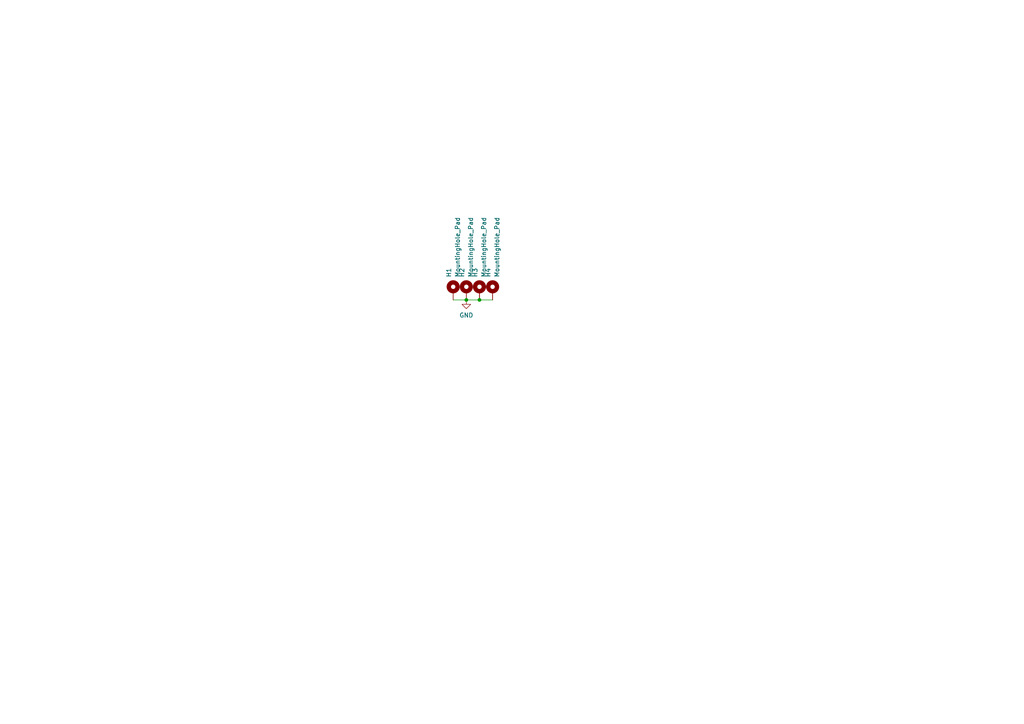
<source format=kicad_sch>
(kicad_sch (version 20211123) (generator eeschema)
  (paper "A4")
  (lib_symbols
    (symbol "Mechanical:MountingHole_Pad" (pin_numbers hide) (pin_names (offset 1.016) hide)
      (property "Reference" "H" (at 0 6.35 0))
      (property "Value" "MountingHole_Pad" (at 0 4.445 0))
      (symbol "MountingHole_Pad_0_1"
        (circle (center 0 1.27) (radius 1.27) (stroke (width 1.27)))
      )
      (symbol "MountingHole_Pad_1_1"
        (pin input line (at 0 -2.54 90) (length 2.54) (name "1") (number "1"))
      )
    )
    (symbol "power:GND" (power) (pin_names (offset 0))
      (property "Value" "GND" (at 0 -3.81 0))
      (symbol "GND_0_1"
        (polyline (pts (xy 0 0) (xy 0 -1.27) (xy 1.27 -1.27) (xy 0 -2.54) (xy -1.27 -1.27) (xy 0 -1.27)))
      )
      (symbol "GND_1_1"
        (pin power_in line (at 0 0 270) (length 0) hide (name "GND") (number "1"))
      )
    )
  )
  (junction (at 139.065 86.995))
  (junction (at 135.255 86.995))
  (wire (pts (xy 139.065 86.995) (xy 142.875 86.995)))
  (wire (pts (xy 135.255 86.995) (xy 139.065 86.995)))
  (wire (pts (xy 131.445 86.995) (xy 135.255 86.995)))
  (symbol (lib_id "Mechanical:MountingHole_Pad") (at 135.255 84.455 0) (unit 1)
    (property "Reference" "H2" (at 133.985 80.4453 90) (effects (justify left)))
    (property "Value" "MountingHole_Pad" (at 136.5219 80.4453 90) (effects (justify left)))
    (property "Footprint" "MountingHole:MountingHole_6.5mm_Pad" (effects hide))
  )
  (symbol (lib_id "power:GND") (at 135.255 86.995 0) (unit 1)
    (property "Reference" "#PWR0101" (effects hide))
    (property "Value" "GND" (at 135.255 91.4384 0))
  )
  (symbol (lib_id "Mechanical:MountingHole_Pad") (at 131.445 84.455 0) (unit 1)
    (property "Reference" "H1" (at 130.175 80.4453 90) (effects (justify left)))
    (property "Value" "MountingHole_Pad" (at 132.7119 80.4453 90) (effects (justify left)))
    (property "Footprint" "MountingHole:MountingHole_6.5mm_Pad" (effects hide))
  )
  (symbol (lib_id "Mechanical:MountingHole_Pad") (at 142.875 84.455 0) (unit 1)
    (property "Reference" "H4" (at 141.605 80.4453 90) (effects (justify left)))
    (property "Value" "MountingHole_Pad" (at 144.1419 80.4453 90) (effects (justify left)))
    (property "Footprint" "MountingHole:MountingHole_6.5mm_Pad" (effects hide))
  )
  (symbol (lib_id "Mechanical:MountingHole_Pad") (at 139.065 84.455 0) (unit 1)
    (property "Reference" "H3" (at 137.795 80.4453 90) (effects (justify left)))
    (property "Value" "MountingHole_Pad" (at 140.3319 80.4453 90) (effects (justify left)))
    (property "Footprint" "MountingHole:MountingHole_6.5mm_Pad" (effects hide))
  )
)
</source>
